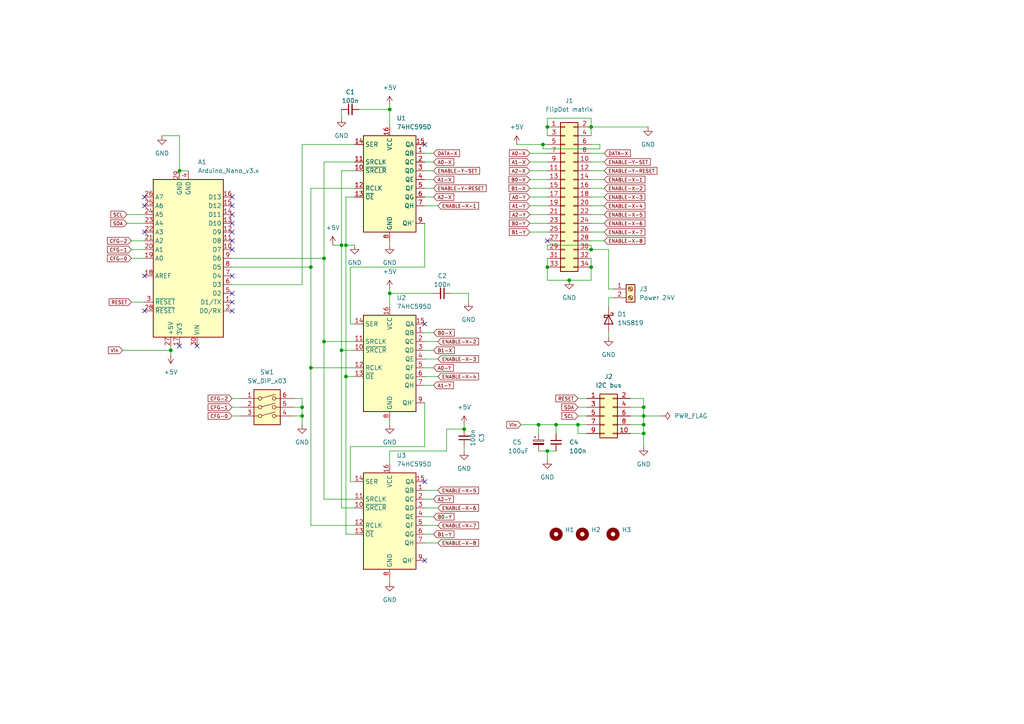
<source format=kicad_sch>
(kicad_sch (version 20211123) (generator eeschema)
  (paper "A4")
  (title_block (title "FlipDot34-Nano Controller Board") (date "2022-04-30") (rev "1.0"))
  (lib_symbols
    (symbol "74xx:74HC595"
      (property "Reference" "U" (at -7.62 13.97 0))
      (property "Value" "74HC595" (at -7.62 -16.51 0))
      (symbol "74HC595_1_0"
        (pin tri_state line (at 10.16 7.62 180) (length 2.54) (name "QB") (number "1"))
        (pin input line (at -10.16 2.54 0) (length 2.54) (name "~{SRCLR}") (number "10"))
        (pin input line (at -10.16 5.08 0) (length 2.54) (name "SRCLK") (number "11"))
        (pin input line (at -10.16 -2.54 0) (length 2.54) (name "RCLK") (number "12"))
        (pin input line (at -10.16 -5.08 0) (length 2.54) (name "~{OE}") (number "13"))
        (pin input line (at -10.16 10.16 0) (length 2.54) (name "SER") (number "14"))
        (pin tri_state line (at 10.16 10.16 180) (length 2.54) (name "QA") (number "15"))
        (pin power_in line (at 0 15.24 270) (length 2.54) (name "VCC") (number "16"))
        (pin tri_state line (at 10.16 5.08 180) (length 2.54) (name "QC") (number "2"))
        (pin tri_state line (at 10.16 2.54 180) (length 2.54) (name "QD") (number "3"))
        (pin tri_state line (at 10.16 0 180) (length 2.54) (name "QE") (number "4"))
        (pin tri_state line (at 10.16 -2.54 180) (length 2.54) (name "QF") (number "5"))
        (pin tri_state line (at 10.16 -5.08 180) (length 2.54) (name "QG") (number "6"))
        (pin tri_state line (at 10.16 -7.62 180) (length 2.54) (name "QH") (number "7"))
        (pin power_in line (at 0 -17.78 90) (length 2.54) (name "GND") (number "8"))
        (pin output line (at 10.16 -12.7 180) (length 2.54) (name "QH'") (number "9"))
      )
      (symbol "74HC595_1_1"
        (rectangle (start -7.62 12.7) (end 7.62 -15.24) (stroke (width 0.254)) (fill (type background)))
      )
    )
    (symbol "Connector:Screw_Terminal_01x02" (pin_names (offset 1.016) hide)
      (property "Reference" "J" (at 0 2.54 0))
      (property "Value" "Screw_Terminal_01x02" (at 0 -5.08 0))
      (symbol "Screw_Terminal_01x02_1_1"
        (rectangle (start -1.27 1.27) (end 1.27 -3.81) (stroke (width 0.254)) (fill (type background)))
        (circle (center 0 -2.54) (radius 0.635) (stroke (width 0.1524)))
        (polyline (pts (xy -0.5334 -2.2098) (xy 0.3302 -3.048)) (stroke (width 0.1524)))
        (polyline (pts (xy -0.5334 0.3302) (xy 0.3302 -0.508)) (stroke (width 0.1524)))
        (polyline (pts (xy -0.3556 -2.032) (xy 0.508 -2.8702)) (stroke (width 0.1524)))
        (polyline (pts (xy -0.3556 0.508) (xy 0.508 -0.3302)) (stroke (width 0.1524)))
        (circle (center 0 0) (radius 0.635) (stroke (width 0.1524)))
        (pin passive line (at -5.08 0 0) (length 3.81) (name "Pin_1") (number "1"))
        (pin passive line (at -5.08 -2.54 0) (length 3.81) (name "Pin_2") (number "2"))
      )
    )
    (symbol "Connector_Generic:Conn_02x05_Odd_Even" (pin_names (offset 1.016) hide)
      (property "Reference" "J" (at 1.27 7.62 0))
      (property "Value" "Conn_02x05_Odd_Even" (at 1.27 -7.62 0))
      (symbol "Conn_02x05_Odd_Even_1_1"
        (rectangle (start -1.27 -4.953) (end 0 -5.207) (stroke (width 0.1524)))
        (rectangle (start -1.27 -2.413) (end 0 -2.667) (stroke (width 0.1524)))
        (rectangle (start -1.27 0.127) (end 0 -0.127) (stroke (width 0.1524)))
        (rectangle (start -1.27 2.667) (end 0 2.413) (stroke (width 0.1524)))
        (rectangle (start -1.27 5.207) (end 0 4.953) (stroke (width 0.1524)))
        (rectangle (start -1.27 6.35) (end 3.81 -6.35) (stroke (width 0.254)) (fill (type background)))
        (rectangle (start 3.81 -4.953) (end 2.54 -5.207) (stroke (width 0.1524)))
        (rectangle (start 3.81 -2.413) (end 2.54 -2.667) (stroke (width 0.1524)))
        (rectangle (start 3.81 0.127) (end 2.54 -0.127) (stroke (width 0.1524)))
        (rectangle (start 3.81 2.667) (end 2.54 2.413) (stroke (width 0.1524)))
        (rectangle (start 3.81 5.207) (end 2.54 4.953) (stroke (width 0.1524)))
        (pin passive line (at -5.08 5.08 0) (length 3.81) (name "Pin_1") (number "1"))
        (pin passive line (at 7.62 -5.08 180) (length 3.81) (name "Pin_10") (number "10"))
        (pin passive line (at 7.62 5.08 180) (length 3.81) (name "Pin_2") (number "2"))
        (pin passive line (at -5.08 2.54 0) (length 3.81) (name "Pin_3") (number "3"))
        (pin passive line (at 7.62 2.54 180) (length 3.81) (name "Pin_4") (number "4"))
        (pin passive line (at -5.08 0 0) (length 3.81) (name "Pin_5") (number "5"))
        (pin passive line (at 7.62 0 180) (length 3.81) (name "Pin_6") (number "6"))
        (pin passive line (at -5.08 -2.54 0) (length 3.81) (name "Pin_7") (number "7"))
        (pin passive line (at 7.62 -2.54 180) (length 3.81) (name "Pin_8") (number "8"))
        (pin passive line (at -5.08 -5.08 0) (length 3.81) (name "Pin_9") (number "9"))
      )
    )
    (symbol "Connector_Generic:Conn_02x17_Odd_Even" (pin_names (offset 1.016) hide)
      (property "Reference" "J" (at 1.27 22.86 0))
      (property "Value" "Conn_02x17_Odd_Even" (at 1.27 -22.86 0))
      (symbol "Conn_02x17_Odd_Even_1_1"
        (rectangle (start -1.27 -20.193) (end 0 -20.447) (stroke (width 0.1524)))
        (rectangle (start -1.27 -17.653) (end 0 -17.907) (stroke (width 0.1524)))
        (rectangle (start -1.27 -15.113) (end 0 -15.367) (stroke (width 0.1524)))
        (rectangle (start -1.27 -12.573) (end 0 -12.827) (stroke (width 0.1524)))
        (rectangle (start -1.27 -10.033) (end 0 -10.287) (stroke (width 0.1524)))
        (rectangle (start -1.27 -7.493) (end 0 -7.747) (stroke (width 0.1524)))
        (rectangle (start -1.27 -4.953) (end 0 -5.207) (stroke (width 0.1524)))
        (rectangle (start -1.27 -2.413) (end 0 -2.667) (stroke (width 0.1524)))
        (rectangle (start -1.27 0.127) (end 0 -0.127) (stroke (width 0.1524)))
        (rectangle (start -1.27 2.667) (end 0 2.413) (stroke (width 0.1524)))
        (rectangle (start -1.27 5.207) (end 0 4.953) (stroke (width 0.1524)))
        (rectangle (start -1.27 7.747) (end 0 7.493) (stroke (width 0.1524)))
        (rectangle (start -1.27 10.287) (end 0 10.033) (stroke (width 0.1524)))
        (rectangle (start -1.27 12.827) (end 0 12.573) (stroke (width 0.1524)))
        (rectangle (start -1.27 15.367) (end 0 15.113) (stroke (width 0.1524)))
        (rectangle (start -1.27 17.907) (end 0 17.653) (stroke (width 0.1524)))
        (rectangle (start -1.27 20.447) (end 0 20.193) (stroke (width 0.1524)))
        (rectangle (start -1.27 21.59) (end 3.81 -21.59) (stroke (width 0.254)) (fill (type background)))
        (rectangle (start 3.81 -20.193) (end 2.54 -20.447) (stroke (width 0.1524)))
        (rectangle (start 3.81 -17.653) (end 2.54 -17.907) (stroke (width 0.1524)))
        (rectangle (start 3.81 -15.113) (end 2.54 -15.367) (stroke (width 0.1524)))
        (rectangle (start 3.81 -12.573) (end 2.54 -12.827) (stroke (width 0.1524)))
        (rectangle (start 3.81 -10.033) (end 2.54 -10.287) (stroke (width 0.1524)))
        (rectangle (start 3.81 -7.493) (end 2.54 -7.747) (stroke (width 0.1524)))
        (rectangle (start 3.81 -4.953) (end 2.54 -5.207) (stroke (width 0.1524)))
        (rectangle (start 3.81 -2.413) (end 2.54 -2.667) (stroke (width 0.1524)))
        (rectangle (start 3.81 0.127) (end 2.54 -0.127) (stroke (width 0.1524)))
        (rectangle (start 3.81 2.667) (end 2.54 2.413) (stroke (width 0.1524)))
        (rectangle (start 3.81 5.207) (end 2.54 4.953) (stroke (width 0.1524)))
        (rectangle (start 3.81 7.747) (end 2.54 7.493) (stroke (width 0.1524)))
        (rectangle (start 3.81 10.287) (end 2.54 10.033) (stroke (width 0.1524)))
        (rectangle (start 3.81 12.827) (end 2.54 12.573) (stroke (width 0.1524)))
        (rectangle (start 3.81 15.367) (end 2.54 15.113) (stroke (width 0.1524)))
        (rectangle (start 3.81 17.907) (end 2.54 17.653) (stroke (width 0.1524)))
        (rectangle (start 3.81 20.447) (end 2.54 20.193) (stroke (width 0.1524)))
        (pin passive line (at -5.08 20.32 0) (length 3.81) (name "Pin_1") (number "1"))
        (pin passive line (at 7.62 10.16 180) (length 3.81) (name "Pin_10") (number "10"))
        (pin passive line (at -5.08 7.62 0) (length 3.81) (name "Pin_11") (number "11"))
        (pin passive line (at 7.62 7.62 180) (length 3.81) (name "Pin_12") (number "12"))
        (pin passive line (at -5.08 5.08 0) (length 3.81) (name "Pin_13") (number "13"))
        (pin passive line (at 7.62 5.08 180) (length 3.81) (name "Pin_14") (number "14"))
        (pin passive line (at -5.08 2.54 0) (length 3.81) (name "Pin_15") (number "15"))
        (pin passive line (at 7.62 2.54 180) (length 3.81) (name "Pin_16") (number "16"))
        (pin passive line (at -5.08 0 0) (length 3.81) (name "Pin_17") (number "17"))
        (pin passive line (at 7.62 0 180) (length 3.81) (name "Pin_18") (number "18"))
        (pin passive line (at -5.08 -2.54 0) (length 3.81) (name "Pin_19") (number "19"))
        (pin passive line (at 7.62 20.32 180) (length 3.81) (name "Pin_2") (number "2"))
        (pin passive line (at 7.62 -2.54 180) (length 3.81) (name "Pin_20") (number "20"))
        (pin passive line (at -5.08 -5.08 0) (length 3.81) (name "Pin_21") (number "21"))
        (pin passive line (at 7.62 -5.08 180) (length 3.81) (name "Pin_22") (number "22"))
        (pin passive line (at -5.08 -7.62 0) (length 3.81) (name "Pin_23") (number "23"))
        (pin passive line (at 7.62 -7.62 180) (length 3.81) (name "Pin_24") (number "24"))
        (pin passive line (at -5.08 -10.16 0) (length 3.81) (name "Pin_25") (number "25"))
        (pin passive line (at 7.62 -10.16 180) (length 3.81) (name "Pin_26") (number "26"))
        (pin passive line (at -5.08 -12.7 0) (length 3.81) (name "Pin_27") (number "27"))
        (pin passive line (at 7.62 -12.7 180) (length 3.81) (name "Pin_28") (number "28"))
        (pin passive line (at -5.08 -15.24 0) (length 3.81) (name "Pin_29") (number "29"))
        (pin passive line (at -5.08 17.78 0) (length 3.81) (name "Pin_3") (number "3"))
        (pin passive line (at 7.62 -15.24 180) (length 3.81) (name "Pin_30") (number "30"))
        (pin passive line (at -5.08 -17.78 0) (length 3.81) (name "Pin_31") (number "31"))
        (pin passive line (at 7.62 -17.78 180) (length 3.81) (name "Pin_32") (number "32"))
        (pin passive line (at -5.08 -20.32 0) (length 3.81) (name "Pin_33") (number "33"))
        (pin passive line (at 7.62 -20.32 180) (length 3.81) (name "Pin_34") (number "34"))
        (pin passive line (at 7.62 17.78 180) (length 3.81) (name "Pin_4") (number "4"))
        (pin passive line (at -5.08 15.24 0) (length 3.81) (name "Pin_5") (number "5"))
        (pin passive line (at 7.62 15.24 180) (length 3.81) (name "Pin_6") (number "6"))
        (pin passive line (at -5.08 12.7 0) (length 3.81) (name "Pin_7") (number "7"))
        (pin passive line (at 7.62 12.7 180) (length 3.81) (name "Pin_8") (number "8"))
        (pin passive line (at -5.08 10.16 0) (length 3.81) (name "Pin_9") (number "9"))
      )
    )
    (symbol "Device:C_Polarized_Small" (pin_numbers hide) (pin_names (offset 0.254) hide)
      (property "Reference" "C" (at 0.254 1.778 0))
      (property "Value" "C_Polarized_Small" (at 0.254 -2.032 0))
      (symbol "C_Polarized_Small_0_1"
        (rectangle (start -1.524 -0.3048) (end 1.524 -0.6858) (fill (type outline)))
        (rectangle (start -1.524 0.6858) (end 1.524 0.3048))
        (polyline (pts (xy -1.27 1.524) (xy -0.762 1.524)))
        (polyline (pts (xy -1.016 1.27) (xy -1.016 1.778)))
      )
      (symbol "C_Polarized_Small_1_1"
        (pin passive line (at 0 2.54 270) (length 1.8542) (name "~") (number "1"))
        (pin passive line (at 0 -2.54 90) (length 1.8542) (name "~") (number "2"))
      )
    )
    (symbol "Device:C_Small" (pin_numbers hide) (pin_names (offset 0.254) hide)
      (property "Reference" "C" (at 0.254 1.778 0))
      (property "Value" "C_Small" (at 0.254 -2.032 0))
      (symbol "C_Small_0_1"
        (polyline (pts (xy -1.524 -0.508) (xy 1.524 -0.508)) (stroke (width 0.3302)))
        (polyline (pts (xy -1.524 0.508) (xy 1.524 0.508)) (stroke (width 0.3048)))
      )
      (symbol "C_Small_1_1"
        (pin passive line (at 0 2.54 270) (length 2.032) (name "~") (number "1"))
        (pin passive line (at 0 -2.54 90) (length 2.032) (name "~") (number "2"))
      )
    )
    (symbol "Diode:1N5819" (pin_numbers hide) (pin_names (offset 1.016) hide)
      (property "Reference" "D" (at 0 2.54 0))
      (property "Value" "1N5819" (at 0 -2.54 0))
      (symbol "1N5819_0_1"
        (polyline (pts (xy 1.27 0) (xy -1.27 0)))
        (polyline (pts (xy 1.27 1.27) (xy 1.27 -1.27) (xy -1.27 0) (xy 1.27 1.27)) (stroke (width 0.254)))
        (polyline (pts (xy -1.905 0.635) (xy -1.905 1.27) (xy -1.27 1.27) (xy -1.27 -1.27) (xy -0.635 -1.27) (xy -0.635 -0.635)) (stroke (width 0.254)))
      )
      (symbol "1N5819_1_1"
        (pin passive line (at -3.81 0 0) (length 2.54) (name "K") (number "1"))
        (pin passive line (at 3.81 0 180) (length 2.54) (name "A") (number "2"))
      )
    )
    (symbol "MCU_Module:Arduino_Nano_v3.x"
      (property "Reference" "A" (at -10.16 23.495 0))
      (property "Value" "Arduino_Nano_v3.x" (at 5.08 -24.13 0))
      (symbol "Arduino_Nano_v3.x_0_1"
        (rectangle (start -10.16 22.86) (end 10.16 -22.86) (stroke (width 0.254)) (fill (type background)))
      )
      (symbol "Arduino_Nano_v3.x_1_1"
        (pin bidirectional line (at -12.7 12.7 0) (length 2.54) (name "D1/TX") (number "1"))
        (pin bidirectional line (at -12.7 -2.54 0) (length 2.54) (name "D7") (number "10"))
        (pin bidirectional line (at -12.7 -5.08 0) (length 2.54) (name "D8") (number "11"))
        (pin bidirectional line (at -12.7 -7.62 0) (length 2.54) (name "D9") (number "12"))
        (pin bidirectional line (at -12.7 -10.16 0) (length 2.54) (name "D10") (number "13"))
        (pin bidirectional line (at -12.7 -12.7 0) (length 2.54) (name "D11") (number "14"))
        (pin bidirectional line (at -12.7 -15.24 0) (length 2.54) (name "D12") (number "15"))
        (pin bidirectional line (at -12.7 -17.78 0) (length 2.54) (name "D13") (number "16"))
        (pin power_out line (at 2.54 25.4 270) (length 2.54) (name "3V3") (number "17"))
        (pin input line (at 12.7 5.08 180) (length 2.54) (name "AREF") (number "18"))
        (pin bidirectional line (at 12.7 0 180) (length 2.54) (name "A0") (number "19"))
        (pin bidirectional line (at -12.7 15.24 0) (length 2.54) (name "D0/RX") (number "2"))
        (pin bidirectional line (at 12.7 -2.54 180) (length 2.54) (name "A1") (number "20"))
        (pin bidirectional line (at 12.7 -5.08 180) (length 2.54) (name "A2") (number "21"))
        (pin bidirectional line (at 12.7 -7.62 180) (length 2.54) (name "A3") (number "22"))
        (pin bidirectional line (at 12.7 -10.16 180) (length 2.54) (name "A4") (number "23"))
        (pin bidirectional line (at 12.7 -12.7 180) (length 2.54) (name "A5") (number "24"))
        (pin bidirectional line (at 12.7 -15.24 180) (length 2.54) (name "A6") (number "25"))
        (pin bidirectional line (at 12.7 -17.78 180) (length 2.54) (name "A7") (number "26"))
        (pin power_out line (at 5.08 25.4 270) (length 2.54) (name "+5V") (number "27"))
        (pin input line (at 12.7 15.24 180) (length 2.54) (name "~{RESET}") (number "28"))
        (pin power_in line (at 2.54 -25.4 90) (length 2.54) (name "GND") (number "29"))
        (pin input line (at 12.7 12.7 180) (length 2.54) (name "~{RESET}") (number "3"))
        (pin power_in line (at -2.54 25.4 270) (length 2.54) (name "VIN") (number "30"))
        (pin power_in line (at 0 -25.4 90) (length 2.54) (name "GND") (number "4"))
        (pin bidirectional line (at -12.7 10.16 0) (length 2.54) (name "D2") (number "5"))
        (pin bidirectional line (at -12.7 7.62 0) (length 2.54) (name "D3") (number "6"))
        (pin bidirectional line (at -12.7 5.08 0) (length 2.54) (name "D4") (number "7"))
        (pin bidirectional line (at -12.7 2.54 0) (length 2.54) (name "D5") (number "8"))
        (pin bidirectional line (at -12.7 0 0) (length 2.54) (name "D6") (number "9"))
      )
    )
    (symbol "Mechanical:MountingHole" (pin_names (offset 1.016))
      (property "Reference" "H" (at 0 5.08 0))
      (property "Value" "MountingHole" (at 0 3.175 0))
      (symbol "MountingHole_0_1"
        (circle (center 0 0) (radius 1.27) (stroke (width 1.27)))
      )
    )
    (symbol "Switch:SW_DIP_x03" (pin_names (offset 0) hide)
      (property "Reference" "SW" (at 0 8.89 0))
      (property "Value" "SW_DIP_x03" (at 0 -3.81 0))
      (symbol "SW_DIP_x03_0_0"
        (circle (center -2.032 0) (radius 0.508))
        (circle (center -2.032 2.54) (radius 0.508))
        (circle (center -2.032 5.08) (radius 0.508))
        (polyline (pts (xy -1.524 0.127) (xy 2.3622 1.1684)))
        (polyline (pts (xy -1.524 2.667) (xy 2.3622 3.7084)))
        (polyline (pts (xy -1.524 5.207) (xy 2.3622 6.2484)))
        (circle (center 2.032 0) (radius 0.508))
        (circle (center 2.032 2.54) (radius 0.508))
        (circle (center 2.032 5.08) (radius 0.508))
      )
      (symbol "SW_DIP_x03_0_1"
        (rectangle (start -3.81 7.62) (end 3.81 -2.54) (stroke (width 0.254)) (fill (type background)))
      )
      (symbol "SW_DIP_x03_1_1"
        (pin passive line (at -7.62 5.08 0) (length 5.08) (name "~") (number "1"))
        (pin passive line (at -7.62 2.54 0) (length 5.08) (name "~") (number "2"))
        (pin passive line (at -7.62 0 0) (length 5.08) (name "~") (number "3"))
        (pin passive line (at 7.62 0 180) (length 5.08) (name "~") (number "4"))
        (pin passive line (at 7.62 2.54 180) (length 5.08) (name "~") (number "5"))
        (pin passive line (at 7.62 5.08 180) (length 5.08) (name "~") (number "6"))
      )
    )
    (symbol "power:+5V" (power) (pin_names (offset 0))
      (property "Value" "+5V" (at 0 3.556 0))
      (symbol "+5V_0_1"
        (polyline (pts (xy -0.762 1.27) (xy 0 2.54)))
        (polyline (pts (xy 0 0) (xy 0 2.54)))
        (polyline (pts (xy 0 2.54) (xy 0.762 1.27)))
      )
      (symbol "+5V_1_1"
        (pin power_in line (at 0 0 90) (length 0) hide (name "+5V") (number "1"))
      )
    )
    (symbol "power:GND" (power) (pin_names (offset 0))
      (property "Value" "GND" (at 0 -3.81 0))
      (symbol "GND_0_1"
        (polyline (pts (xy 0 0) (xy 0 -1.27) (xy 1.27 -1.27) (xy 0 -2.54) (xy -1.27 -1.27) (xy 0 -1.27)))
      )
      (symbol "GND_1_1"
        (pin power_in line (at 0 0 270) (length 0) hide (name "GND") (number "1"))
      )
    )
    (symbol "power:PWR_FLAG" (power) (pin_numbers hide) (pin_names (offset 0) hide)
      (property "Value" "PWR_FLAG" (at 0 3.81 0))
      (symbol "PWR_FLAG_0_0"
        (pin power_out line (at 0 0 90) (length 0) (name "pwr") (number "1"))
      )
      (symbol "PWR_FLAG_0_1"
        (polyline (pts (xy 0 0) (xy 0 1.27) (xy -1.016 1.905) (xy 0 2.54) (xy 1.016 1.905) (xy 0 1.27)))
      )
    )
  )
  (junction (at 52.07 49.53))
  (junction (at 100.33 71.12))
  (junction (at 99.06 101.6))
  (junction (at 99.06 71.12))
  (junction (at 113.03 85.09))
  (junction (at 171.45 77.47))
  (junction (at 156.21 123.19))
  (junction (at 186.69 123.19))
  (junction (at 171.45 72.39))
  (junction (at 161.29 123.19))
  (junction (at 186.69 120.65))
  (junction (at 186.69 125.73))
  (junction (at 100.33 109.22))
  (junction (at 49.53 101.6))
  (junction (at 158.75 36.83))
  (junction (at 165.1 81.28))
  (junction (at 158.75 130.81))
  (junction (at 113.03 31.75))
  (junction (at 167.64 123.19))
  (junction (at 90.17 106.68))
  (junction (at 90.17 77.47))
  (junction (at 157.48 41.91))
  (junction (at 87.63 120.65))
  (junction (at 87.63 118.11))
  (junction (at 171.45 36.83))
  (junction (at 134.62 124.46))
  (junction (at 93.98 74.93))
  (junction (at 158.75 77.47))
  (junction (at 186.69 118.11))
  (junction (at 93.98 99.06))
  (no_connect (at 41.91 67.31))
  (no_connect (at 67.31 87.63))
  (no_connect (at 41.91 59.69))
  (no_connect (at 123.19 93.98))
  (no_connect (at 123.19 139.7))
  (no_connect (at 123.19 41.91))
  (no_connect (at 52.07 100.33))
  (no_connect (at 67.31 57.15))
  (no_connect (at 67.31 64.77))
  (no_connect (at 67.31 85.09))
  (no_connect (at 67.31 80.01))
  (no_connect (at 67.31 67.31))
  (no_connect (at 67.31 69.85))
  (no_connect (at 67.31 72.39))
  (no_connect (at 41.91 80.01))
  (no_connect (at 57.15 100.33))
  (no_connect (at 123.19 162.56))
  (no_connect (at 41.91 57.15))
  (no_connect (at 67.31 90.17))
  (no_connect (at 158.75 69.85))
  (no_connect (at 67.31 62.23))
  (no_connect (at 67.31 59.69))
  (no_connect (at 41.91 90.17))
  (wire (pts (xy 153.67 46.99) (xy 158.75 46.99)))
  (wire (pts (xy 102.87 57.15) (xy 100.33 57.15)))
  (wire (pts (xy 67.31 82.55) (xy 87.63 82.55)))
  (wire (pts (xy 167.64 120.65) (xy 170.18 120.65)))
  (wire (pts (xy 157.48 41.91) (xy 157.48 43.18)))
  (wire (pts (xy 113.03 31.75) (xy 113.03 36.83)))
  (wire (pts (xy 157.48 41.91) (xy 158.75 41.91)))
  (wire (pts (xy 67.31 118.11) (xy 69.85 118.11)))
  (wire (pts (xy 186.69 115.57) (xy 186.69 118.11)))
  (wire (pts (xy 158.75 71.12) (xy 171.45 71.12)))
  (wire (pts (xy 158.75 130.81) (xy 158.75 133.35)))
  (wire (pts (xy 85.09 120.65) (xy 87.63 120.65)))
  (wire (pts (xy 171.45 34.29) (xy 171.45 36.83)))
  (wire (pts (xy 158.75 36.83) (xy 158.75 39.37)))
  (wire (pts (xy 153.67 62.23) (xy 158.75 62.23)))
  (wire (pts (xy 186.69 120.65) (xy 191.77 120.65)))
  (wire (pts (xy 158.75 34.29) (xy 171.45 34.29)))
  (wire (pts (xy 123.19 77.47) (xy 101.6 77.47)))
  (wire (pts (xy 186.69 125.73) (xy 186.69 129.54)))
  (wire (pts (xy 123.19 99.06) (xy 127 99.06)))
  (wire (pts (xy 171.45 71.12) (xy 171.45 72.39)))
  (wire (pts (xy 123.19 149.86) (xy 125.73 149.86)))
  (wire (pts (xy 38.1 87.63) (xy 41.91 87.63)))
  (wire (pts (xy 49.53 101.6) (xy 49.53 102.87)))
  (wire (pts (xy 99.06 101.6) (xy 99.06 147.32)))
  (wire (pts (xy 175.26 54.61) (xy 171.45 54.61)))
  (wire (pts (xy 90.17 54.61) (xy 90.17 77.47)))
  (wire (pts (xy 123.19 142.24) (xy 127 142.24)))
  (wire (pts (xy 93.98 144.78) (xy 102.87 144.78)))
  (wire (pts (xy 100.33 71.12) (xy 102.87 71.12)))
  (wire (pts (xy 156.21 123.19) (xy 161.29 123.19)))
  (wire (pts (xy 153.67 57.15) (xy 158.75 57.15)))
  (wire (pts (xy 173.99 43.18) (xy 173.99 41.91)))
  (wire (pts (xy 52.07 39.37) (xy 52.07 49.53)))
  (wire (pts (xy 90.17 77.47) (xy 90.17 106.68)))
  (wire (pts (xy 36.83 62.23) (xy 41.91 62.23)))
  (wire (pts (xy 175.26 57.15) (xy 171.45 57.15)))
  (wire (pts (xy 93.98 99.06) (xy 102.87 99.06)))
  (wire (pts (xy 113.03 121.92) (xy 113.03 123.19)))
  (wire (pts (xy 182.88 123.19) (xy 186.69 123.19)))
  (wire (pts (xy 182.88 120.65) (xy 186.69 120.65)))
  (wire (pts (xy 158.75 81.28) (xy 165.1 81.28)))
  (wire (pts (xy 123.19 154.94) (xy 125.73 154.94)))
  (wire (pts (xy 100.33 57.15) (xy 100.33 71.12)))
  (wire (pts (xy 67.31 77.47) (xy 90.17 77.47)))
  (wire (pts (xy 176.53 83.82) (xy 177.8 83.82)))
  (wire (pts (xy 99.06 71.12) (xy 99.06 101.6)))
  (wire (pts (xy 102.87 49.53) (xy 99.06 49.53)))
  (wire (pts (xy 85.09 115.57) (xy 87.63 115.57)))
  (wire (pts (xy 157.48 43.18) (xy 173.99 43.18)))
  (wire (pts (xy 176.53 72.39) (xy 176.53 83.82)))
  (wire (pts (xy 67.31 115.57) (xy 69.85 115.57)))
  (wire (pts (xy 52.07 49.53) (xy 54.61 49.53)))
  (wire (pts (xy 101.6 93.98) (xy 102.87 93.98)))
  (wire (pts (xy 175.26 59.69) (xy 171.45 59.69)))
  (wire (pts (xy 123.19 109.22) (xy 127 109.22)))
  (wire (pts (xy 176.53 86.36) (xy 177.8 86.36)))
  (wire (pts (xy 123.19 96.52) (xy 125.73 96.52)))
  (wire (pts (xy 123.19 116.84) (xy 123.19 129.54)))
  (wire (pts (xy 99.06 101.6) (xy 102.87 101.6)))
  (wire (pts (xy 173.99 41.91) (xy 171.45 41.91)))
  (wire (pts (xy 171.45 81.28) (xy 171.45 77.47)))
  (wire (pts (xy 100.33 109.22) (xy 100.33 154.94)))
  (wire (pts (xy 123.19 152.4) (xy 127 152.4)))
  (wire (pts (xy 123.19 104.14) (xy 127 104.14)))
  (wire (pts (xy 158.75 72.39) (xy 158.75 71.12)))
  (wire (pts (xy 123.19 106.68) (xy 125.73 106.68)))
  (wire (pts (xy 182.88 115.57) (xy 186.69 115.57)))
  (wire (pts (xy 101.6 139.7) (xy 102.87 139.7)))
  (wire (pts (xy 113.03 69.85) (xy 113.03 71.12)))
  (wire (pts (xy 186.69 123.19) (xy 186.69 125.73)))
  (wire (pts (xy 38.1 74.93) (xy 41.91 74.93)))
  (wire (pts (xy 123.19 111.76) (xy 125.73 111.76)))
  (wire (pts (xy 167.64 123.19) (xy 170.18 123.19)))
  (wire (pts (xy 101.6 129.54) (xy 101.6 139.7)))
  (wire (pts (xy 102.87 46.99) (xy 93.98 46.99)))
  (wire (pts (xy 90.17 106.68) (xy 102.87 106.68)))
  (wire (pts (xy 175.26 49.53) (xy 171.45 49.53)))
  (wire (pts (xy 171.45 72.39) (xy 176.53 72.39)))
  (wire (pts (xy 153.67 67.31) (xy 158.75 67.31)))
  (wire (pts (xy 123.19 49.53) (xy 125.73 49.53)))
  (wire (pts (xy 123.19 64.77) (xy 123.19 77.47)))
  (wire (pts (xy 123.19 44.45) (xy 125.73 44.45)))
  (wire (pts (xy 130.81 85.09) (xy 135.89 85.09)))
  (wire (pts (xy 123.19 144.78) (xy 125.73 144.78)))
  (wire (pts (xy 123.19 57.15) (xy 125.73 57.15)))
  (wire (pts (xy 67.31 74.93) (xy 93.98 74.93)))
  (wire (pts (xy 99.06 49.53) (xy 99.06 71.12)))
  (wire (pts (xy 90.17 152.4) (xy 102.87 152.4)))
  (wire (pts (xy 100.33 154.94) (xy 102.87 154.94)))
  (wire (pts (xy 161.29 123.19) (xy 161.29 125.73)))
  (wire (pts (xy 176.53 86.36) (xy 176.53 88.9)))
  (wire (pts (xy 158.75 74.93) (xy 158.75 77.47)))
  (wire (pts (xy 129.54 124.46) (xy 134.62 124.46)))
  (wire (pts (xy 175.26 46.99) (xy 171.45 46.99)))
  (wire (pts (xy 167.64 125.73) (xy 170.18 125.73)))
  (wire (pts (xy 171.45 36.83) (xy 171.45 39.37)))
  (wire (pts (xy 38.1 69.85) (xy 41.91 69.85)))
  (wire (pts (xy 113.03 130.81) (xy 129.54 130.81)))
  (wire (pts (xy 153.67 59.69) (xy 158.75 59.69)))
  (wire (pts (xy 99.06 147.32) (xy 102.87 147.32)))
  (wire (pts (xy 171.45 69.85) (xy 175.26 69.85)))
  (wire (pts (xy 161.29 123.19) (xy 167.64 123.19)))
  (wire (pts (xy 158.75 77.47) (xy 158.75 81.28)))
  (wire (pts (xy 90.17 106.68) (xy 90.17 152.4)))
  (wire (pts (xy 104.14 31.75) (xy 113.03 31.75)))
  (wire (pts (xy 153.67 52.07) (xy 158.75 52.07)))
  (wire (pts (xy 113.03 85.09) (xy 125.73 85.09)))
  (wire (pts (xy 186.69 120.65) (xy 186.69 123.19)))
  (wire (pts (xy 153.67 64.77) (xy 158.75 64.77)))
  (wire (pts (xy 182.88 125.73) (xy 186.69 125.73)))
  (wire (pts (xy 52.07 39.37) (xy 46.99 39.37)))
  (wire (pts (xy 36.83 64.77) (xy 41.91 64.77)))
  (wire (pts (xy 171.45 67.31) (xy 175.26 67.31)))
  (wire (pts (xy 167.64 115.57) (xy 170.18 115.57)))
  (wire (pts (xy 87.63 41.91) (xy 102.87 41.91)))
  (wire (pts (xy 123.19 147.32) (xy 127 147.32)))
  (wire (pts (xy 176.53 96.52) (xy 176.53 97.79)))
  (wire (pts (xy 85.09 118.11) (xy 87.63 118.11)))
  (wire (pts (xy 167.64 123.19) (xy 167.64 125.73)))
  (wire (pts (xy 87.63 82.55) (xy 87.63 41.91)))
  (wire (pts (xy 87.63 115.57) (xy 87.63 118.11)))
  (wire (pts (xy 87.63 120.65) (xy 87.63 123.19)))
  (wire (pts (xy 100.33 71.12) (xy 100.33 109.22)))
  (wire (pts (xy 93.98 46.99) (xy 93.98 74.93)))
  (wire (pts (xy 175.26 62.23) (xy 171.45 62.23)))
  (wire (pts (xy 123.19 101.6) (xy 125.73 101.6)))
  (wire (pts (xy 123.19 52.07) (xy 125.73 52.07)))
  (wire (pts (xy 167.64 118.11) (xy 170.18 118.11)))
  (wire (pts (xy 113.03 83.82) (xy 113.03 85.09)))
  (wire (pts (xy 87.63 118.11) (xy 87.63 120.65)))
  (wire (pts (xy 129.54 130.81) (xy 129.54 124.46)))
  (wire (pts (xy 175.26 44.45) (xy 171.45 44.45)))
  (wire (pts (xy 102.87 54.61) (xy 90.17 54.61)))
  (wire (pts (xy 113.03 134.62) (xy 113.03 130.81)))
  (wire (pts (xy 123.19 157.48) (xy 127 157.48)))
  (wire (pts (xy 156.21 130.81) (xy 158.75 130.81)))
  (wire (pts (xy 134.62 129.54) (xy 134.62 130.81)))
  (wire (pts (xy 153.67 54.61) (xy 158.75 54.61)))
  (wire (pts (xy 135.89 85.09) (xy 135.89 87.63)))
  (wire (pts (xy 171.45 74.93) (xy 171.45 77.47)))
  (wire (pts (xy 151.13 123.19) (xy 156.21 123.19)))
  (wire (pts (xy 96.52 71.12) (xy 99.06 71.12)))
  (wire (pts (xy 175.26 52.07) (xy 171.45 52.07)))
  (wire (pts (xy 153.67 44.45) (xy 158.75 44.45)))
  (wire (pts (xy 100.33 109.22) (xy 102.87 109.22)))
  (wire (pts (xy 123.19 54.61) (xy 125.73 54.61)))
  (wire (pts (xy 186.69 118.11) (xy 186.69 120.65)))
  (wire (pts (xy 156.21 123.19) (xy 156.21 125.73)))
  (wire (pts (xy 165.1 81.28) (xy 171.45 81.28)))
  (wire (pts (xy 123.19 46.99) (xy 125.73 46.99)))
  (wire (pts (xy 99.06 31.75) (xy 99.06 34.29)))
  (wire (pts (xy 35.56 101.6) (xy 49.53 101.6)))
  (wire (pts (xy 171.45 36.83) (xy 187.96 36.83)))
  (wire (pts (xy 113.03 167.64) (xy 113.03 168.91)))
  (wire (pts (xy 134.62 123.19) (xy 134.62 124.46)))
  (wire (pts (xy 158.75 36.83) (xy 158.75 34.29)))
  (wire (pts (xy 49.53 100.33) (xy 49.53 101.6)))
  (wire (pts (xy 93.98 74.93) (xy 93.98 99.06)))
  (wire (pts (xy 52.07 49.53) (xy 52.07 50.8)))
  (wire (pts (xy 67.31 120.65) (xy 69.85 120.65)))
  (wire (pts (xy 182.88 118.11) (xy 186.69 118.11)))
  (wire (pts (xy 113.03 30.48) (xy 113.03 31.75)))
  (wire (pts (xy 158.75 130.81) (xy 161.29 130.81)))
  (wire (pts (xy 93.98 99.06) (xy 93.98 144.78)))
  (wire (pts (xy 38.1 72.39) (xy 41.91 72.39)))
  (wire (pts (xy 123.19 59.69) (xy 127 59.69)))
  (wire (pts (xy 123.19 129.54) (xy 101.6 129.54)))
  (wire (pts (xy 149.86 41.91) (xy 157.48 41.91)))
  (wire (pts (xy 153.67 49.53) (xy 158.75 49.53)))
  (wire (pts (xy 101.6 77.47) (xy 101.6 93.98)))
  (wire (pts (xy 175.26 64.77) (xy 171.45 64.77)))
  (wire (pts (xy 113.03 85.09) (xy 113.03 88.9)))
  (global_label "ENABLE-X-5" (shape input) (at 175.26 62.23 0) (effects (font (size 1 1))) (property "Intersheet References" "${INTERSHEET_REFS}" (effects hide)))
  (global_label "SDA" (shape input) (at 36.83 64.77 180) (effects (font (size 1 1))) (property "Intersheet References" "${INTERSHEET_REFS}" (effects hide)))
  (global_label "ENABLE-X-8" (shape input) (at 127 157.48 0) (effects (font (size 1 1))) (property "Intersheet References" "${INTERSHEET_REFS}" (effects hide)))
  (global_label "ENABLE-Y-RESET" (shape input) (at 125.73 54.61 0) (effects (font (size 1 1))) (property "Intersheet References" "${INTERSHEET_REFS}" (effects hide)))
  (global_label "SCL" (shape input) (at 167.64 120.65 180) (effects (font (size 1 1))) (property "Intersheet References" "${INTERSHEET_REFS}" (effects hide)))
  (global_label "DATA-X" (shape input) (at 125.73 44.45 0) (effects (font (size 1 1))) (property "Intersheet References" "${INTERSHEET_REFS}" (effects hide)))
  (global_label "CFG-1" (shape input) (at 67.31 118.11 180) (effects (font (size 1 1))) (property "Intersheet References" "${INTERSHEET_REFS}" (effects hide)))
  (global_label "A0-X" (shape input) (at 125.73 46.99 0) (effects (font (size 1 1))) (property "Intersheet References" "${INTERSHEET_REFS}" (effects hide)))
  (global_label "B0-Y" (shape input) (at 153.67 64.77 180) (effects (font (size 1 1))) (property "Intersheet References" "${INTERSHEET_REFS}" (effects hide)))
  (global_label "ENABLE-X-1" (shape input) (at 127 59.69 0) (effects (font (size 1 1))) (property "Intersheet References" "${INTERSHEET_REFS}" (effects hide)))
  (global_label "B1-Y" (shape input) (at 125.73 154.94 0) (effects (font (size 1 1))) (property "Intersheet References" "${INTERSHEET_REFS}" (effects hide)))
  (global_label "ENABLE-X-6" (shape input) (at 127 147.32 0) (effects (font (size 1 1))) (property "Intersheet References" "${INTERSHEET_REFS}" (effects hide)))
  (global_label "SDA" (shape input) (at 167.64 118.11 180) (effects (font (size 1 1))) (property "Intersheet References" "${INTERSHEET_REFS}" (effects hide)))
  (global_label "A1-Y" (shape input) (at 125.73 111.76 0) (effects (font (size 1 1))) (property "Intersheet References" "${INTERSHEET_REFS}" (effects hide)))
  (global_label "B0-Y" (shape input) (at 125.73 149.86 0) (effects (font (size 1 1))) (property "Intersheet References" "${INTERSHEET_REFS}" (effects hide)))
  (global_label "A0-Y" (shape input) (at 153.67 57.15 180) (effects (font (size 1 1))) (property "Intersheet References" "${INTERSHEET_REFS}" (effects hide)))
  (global_label "ENABLE-X-3" (shape input) (at 175.26 57.15 0) (effects (font (size 1 1))) (property "Intersheet References" "${INTERSHEET_REFS}" (effects hide)))
  (global_label "ENABLE-X-4" (shape input) (at 175.26 59.69 0) (effects (font (size 1 1))) (property "Intersheet References" "${INTERSHEET_REFS}" (effects hide)))
  (global_label "ENABLE-X-5" (shape input) (at 127 142.24 0) (effects (font (size 1 1))) (property "Intersheet References" "${INTERSHEET_REFS}" (effects hide)))
  (global_label "B1-X" (shape input) (at 153.67 54.61 180) (effects (font (size 1 1))) (property "Intersheet References" "${INTERSHEET_REFS}" (effects hide)))
  (global_label "A1-X" (shape input) (at 125.73 52.07 0) (effects (font (size 1 1))) (property "Intersheet References" "${INTERSHEET_REFS}" (effects hide)))
  (global_label "RESET" (shape input) (at 38.1 87.63 180) (effects (font (size 1 1))) (property "Intersheet References" "${INTERSHEET_REFS}" (effects hide)))
  (global_label "CFG-0" (shape input) (at 67.31 120.65 180) (effects (font (size 1 1))) (property "Intersheet References" "${INTERSHEET_REFS}" (effects hide)))
  (global_label "CFG-1" (shape input) (at 38.1 72.39 180) (effects (font (size 1 1))) (property "Intersheet References" "${INTERSHEET_REFS}" (effects hide)))
  (global_label "RESET" (shape input) (at 167.64 115.57 180) (effects (font (size 1 1))) (property "Intersheet References" "${INTERSHEET_REFS}" (effects hide)))
  (global_label "B0-X" (shape input) (at 153.67 52.07 180) (effects (font (size 1 1))) (property "Intersheet References" "${INTERSHEET_REFS}" (effects hide)))
  (global_label "B1-Y" (shape input) (at 153.67 67.31 180) (effects (font (size 1 1))) (property "Intersheet References" "${INTERSHEET_REFS}" (effects hide)))
  (global_label "A0-Y" (shape input) (at 125.73 106.68 0) (effects (font (size 1 1))) (property "Intersheet References" "${INTERSHEET_REFS}" (effects hide)))
  (global_label "A2-X" (shape input) (at 153.67 49.53 180) (effects (font (size 1 1))) (property "Intersheet References" "${INTERSHEET_REFS}" (effects hide)))
  (global_label "B0-X" (shape input) (at 125.73 96.52 0) (effects (font (size 1 1))) (property "Intersheet References" "${INTERSHEET_REFS}" (effects hide)))
  (global_label "ENABLE-X-6" (shape input) (at 175.26 64.77 0) (effects (font (size 1 1))) (property "Intersheet References" "${INTERSHEET_REFS}" (effects hide)))
  (global_label "A1-Y" (shape input) (at 153.67 59.69 180) (effects (font (size 1 1))) (property "Intersheet References" "${INTERSHEET_REFS}" (effects hide)))
  (global_label "A2-Y" (shape input) (at 125.73 144.78 0) (effects (font (size 1 1))) (property "Intersheet References" "${INTERSHEET_REFS}" (effects hide)))
  (global_label "SCL" (shape input) (at 36.83 62.23 180) (effects (font (size 1 1))) (property "Intersheet References" "${INTERSHEET_REFS}" (effects hide)))
  (global_label "ENABLE-X-8" (shape input) (at 175.26 69.85 0) (effects (font (size 1 1))) (property "Intersheet References" "${INTERSHEET_REFS}" (effects hide)))
  (global_label "DATA-X" (shape input) (at 175.26 44.45 0) (effects (font (size 1 1))) (property "Intersheet References" "${INTERSHEET_REFS}" (effects hide)))
  (global_label "ENABLE-X-4" (shape input) (at 127 109.22 0) (effects (font (size 1 1))) (property "Intersheet References" "${INTERSHEET_REFS}" (effects hide)))
  (global_label "ENABLE-X-3" (shape input) (at 127 104.14 0) (effects (font (size 1 1))) (property "Intersheet References" "${INTERSHEET_REFS}" (effects hide)))
  (global_label "Vin" (shape input) (at 35.56 101.6 180) (effects (font (size 1 1))) (property "Intersheet References" "${INTERSHEET_REFS}" (effects hide)))
  (global_label "ENABLE-X-2" (shape input) (at 127 99.06 0) (effects (font (size 1 1))) (property "Intersheet References" "${INTERSHEET_REFS}" (effects hide)))
  (global_label "CFG-0" (shape input) (at 38.1 74.93 180) (effects (font (size 1 1))) (property "Intersheet References" "${INTERSHEET_REFS}" (effects hide)))
  (global_label "ENABLE-Y-RESET" (shape input) (at 175.26 49.53 0) (effects (font (size 1 1))) (property "Intersheet References" "${INTERSHEET_REFS}" (effects hide)))
  (global_label "A2-Y" (shape input) (at 153.67 62.23 180) (effects (font (size 1 1))) (property "Intersheet References" "${INTERSHEET_REFS}" (effects hide)))
  (global_label "A1-X" (shape input) (at 153.67 46.99 180) (effects (font (size 1 1))) (property "Intersheet References" "${INTERSHEET_REFS}" (effects hide)))
  (global_label "A2-X" (shape input) (at 125.73 57.15 0) (effects (font (size 1 1))) (property "Intersheet References" "${INTERSHEET_REFS}" (effects hide)))
  (global_label "Vin" (shape input) (at 151.13 123.19 180) (effects (font (size 1 1))) (property "Intersheet References" "${INTERSHEET_REFS}" (effects hide)))
  (global_label "CFG-2" (shape input) (at 38.1 69.85 180) (effects (font (size 1 1))) (property "Intersheet References" "${INTERSHEET_REFS}" (effects hide)))
  (global_label "A0-X" (shape input) (at 153.67 44.45 180) (effects (font (size 1 1))) (property "Intersheet References" "${INTERSHEET_REFS}" (effects hide)))
  (global_label "ENABLE-Y-SET" (shape input) (at 125.73 49.53 0) (effects (font (size 1 1))) (property "Intersheet References" "${INTERSHEET_REFS}" (effects hide)))
  (global_label "ENABLE-Y-SET" (shape input) (at 175.26 46.99 0) (effects (font (size 1 1))) (property "Intersheet References" "${INTERSHEET_REFS}" (effects hide)))
  (global_label "ENABLE-X-1" (shape input) (at 175.26 52.07 0) (effects (font (size 1 1))) (property "Intersheet References" "${INTERSHEET_REFS}" (effects hide)))
  (global_label "ENABLE-X-2" (shape input) (at 175.26 54.61 0) (effects (font (size 1 1))) (property "Intersheet References" "${INTERSHEET_REFS}" (effects hide)))
  (global_label "ENABLE-X-7" (shape input) (at 127 152.4 0) (effects (font (size 1 1))) (property "Intersheet References" "${INTERSHEET_REFS}" (effects hide)))
  (global_label "ENABLE-X-7" (shape input) (at 175.26 67.31 0) (effects (font (size 1 1))) (property "Intersheet References" "${INTERSHEET_REFS}" (effects hide)))
  (global_label "CFG-2" (shape input) (at 67.31 115.57 180) (effects (font (size 1 1))) (property "Intersheet References" "${INTERSHEET_REFS}" (effects hide)))
  (global_label "B1-X" (shape input) (at 125.73 101.6 0) (effects (font (size 1 1))) (property "Intersheet References" "${INTERSHEET_REFS}" (effects hide)))
  (symbol (lib_id "power:+5V") (at 134.62 123.19 0) (unit 1)
    (property "Reference" "#PWR0105" (effects hide))
    (property "Value" "+5V" (at 134.62 118.11 0))
  )
  (symbol (lib_id "74xx:74HC595") (at 113.03 52.07 0) (unit 1)
    (property "Reference" "U1" (at 115.0494 34.29 0) (effects (justify left)))
    (property "Value" "74HC595D" (at 115.0494 36.83 0) (effects (justify left)))
    (property "Footprint" "Package_SO:SO-16_3.9x9.9mm_P1.27mm" (effects hide))
    (property "Datasheet" "http://www.ti.com/lit/ds/symlink/sn74hc595.pdf" (effects hide))
  )
  (symbol (lib_id "power:+5V") (at 149.86 41.91 0) (unit 1)
    (property "Reference" "#PWR013" (effects hide))
    (property "Value" "+5V" (at 149.86 36.83 0))
  )
  (symbol (lib_id "power:GND") (at 113.03 123.19 0) (unit 1)
    (property "Reference" "#PWR010" (effects hide))
    (property "Value" "GND" (at 113.03 128.27 0))
  )
  (symbol (lib_id "power:GND") (at 113.03 71.12 0) (unit 1)
    (property "Reference" "#PWR0101" (effects hide))
    (property "Value" "GND" (at 113.03 76.2 0))
  )
  (symbol (lib_id "Device:C_Polarized_Small") (at 156.21 128.27 0) (unit 1)
    (property "Reference" "C5" (at 148.59 128.27 0) (effects (justify left)))
    (property "Value" "100uF" (at 147.32 130.81 0) (effects (justify left)))
    (property "Footprint" "Capacitor_THT:CP_Radial_D8.0mm_P3.50mm" (effects hide))
  )
  (symbol (lib_id "power:GND") (at 99.06 34.29 0) (unit 1)
    (property "Reference" "#PWR05" (effects hide))
    (property "Value" "GND" (at 99.06 39.37 0))
  )
  (symbol (lib_id "power:GND") (at 165.1 81.28 0) (unit 1)
    (property "Reference" "#PWR014" (effects hide))
    (property "Value" "GND" (at 165.1 86.36 0))
  )
  (symbol (lib_id "power:GND") (at 46.99 39.37 0) (unit 1)
    (property "Reference" "#PWR01" (effects hide))
    (property "Value" "GND" (at 46.99 44.45 0))
  )
  (symbol (lib_id "Mechanical:MountingHole") (at 177.8 154.94 0) (unit 1) (in_bom no)
    (property "Reference" "H3" (at 180.34 153.6699 0) (effects (justify left)))
    (property "Value" "MountingHole" (effects hide))
    (property "Footprint" "MountingHole:MountingHole_3.2mm_M3" (effects hide))
  )
  (symbol (lib_id "power:GND") (at 158.75 133.35 0) (unit 1)
    (property "Reference" "#PWR012" (effects hide))
    (property "Value" "GND" (at 158.75 138.43 0))
  )
  (symbol (lib_id "Mechanical:MountingHole") (at 168.91 154.94 0) (unit 1) (in_bom no)
    (property "Reference" "H2" (at 171.45 153.6699 0) (effects (justify left)))
    (property "Value" "MountingHole" (effects hide))
    (property "Footprint" "MountingHole:MountingHole_3.2mm_M3" (effects hide))
  )
  (symbol (lib_id "power:GND") (at 135.89 87.63 0) (unit 1)
    (property "Reference" "#PWR011" (effects hide))
    (property "Value" "GND" (at 135.89 92.71 0))
  )
  (symbol (lib_id "Connector_Generic:Conn_02x17_Odd_Even") (at 163.83 57.15 0) (unit 1)
    (property "Reference" "J1" (at 165.1 29.21 0))
    (property "Value" "FlipDot matrix" (at 165.1 31.75 0))
    (property "Footprint" "Connector_PinSocket_2.54mm:PinSocket_2x17_P2.54mm_Vertical" (effects hide))
  )
  (symbol (lib_id "MCU_Module:Arduino_Nano_v3.x") (at 54.61 74.93 180) (unit 1)
    (property "Reference" "A1" (at 57.3787 46.99 0) (effects (justify right)))
    (property "Value" "Arduino_Nano_v3.x" (at 57.3787 49.53 0) (effects (justify right)))
    (property "Footprint" "Module:Arduino_Nano" (effects hide))
    (property "Datasheet" "http://www.mouser.com/pdfdocs/Gravitech_Arduino_Nano3_0.pdf" (effects hide))
  )
  (symbol (lib_id "Device:C_Small") (at 161.29 128.27 0) (unit 1)
    (property "Reference" "C4" (at 165.1 128.27 0) (effects (justify left)))
    (property "Value" "100n" (at 165.1 130.81 0) (effects (justify left)))
    (property "Footprint" "Capacitor_THT:C_Disc_D5.0mm_W2.5mm_P5.00mm" (effects hide))
  )
  (symbol (lib_id "Diode:1N5819") (at 176.53 92.71 270) (unit 1)
    (property "Reference" "D1" (at 179.07 91.1224 90) (effects (justify left)))
    (property "Value" "1N5819" (at 179.07 93.6624 90) (effects (justify left)))
    (property "Footprint" "Diode_THT:D_DO-41_SOD81_P10.16mm_Horizontal" (effects hide))
    (property "Datasheet" "http://www.vishay.com/docs/88525/1n5817.pdf" (effects hide))
  )
  (symbol (lib_id "74xx:74HC595") (at 113.03 149.86 0) (unit 1)
    (property "Reference" "U3" (at 115.0494 132.08 0) (effects (justify left)))
    (property "Value" "74HC595D" (at 115.0494 134.62 0) (effects (justify left)))
    (property "Footprint" "Package_SO:SO-16_3.9x9.9mm_P1.27mm" (effects hide))
    (property "Datasheet" "http://www.ti.com/lit/ds/symlink/sn74hc595.pdf" (effects hide))
  )
  (symbol (lib_id "power:GND") (at 102.87 71.12 0) (unit 1)
    (property "Reference" "#PWR04" (effects hide))
    (property "Value" "GND" (at 102.87 76.2 0))
  )
  (symbol (lib_id "74xx:74HC595") (at 113.03 104.14 0) (unit 1)
    (property "Reference" "U2" (at 115.0494 86.36 0) (effects (justify left)))
    (property "Value" "74HC595D" (at 115.0494 88.9 0) (effects (justify left)))
    (property "Footprint" "Package_SO:SO-16_3.9x9.9mm_P1.27mm" (effects hide))
    (property "Datasheet" "http://www.ti.com/lit/ds/symlink/sn74hc595.pdf" (effects hide))
  )
  (symbol (lib_id "Connector_Generic:Conn_02x05_Odd_Even") (at 175.26 120.65 0) (unit 1)
    (property "Reference" "J2" (at 176.53 109.22 0))
    (property "Value" "I2C bus" (at 176.53 111.76 0))
    (property "Footprint" "Connector_IDC:IDC-Header_2x05_P2.54mm_Vertical" (effects hide))
  )
  (symbol (lib_id "Device:C_Small") (at 101.6 31.75 90) (unit 1)
    (property "Reference" "C1" (at 101.6 26.67 90))
    (property "Value" "100n" (at 101.6 29.21 90))
    (property "Footprint" "Capacitor_SMD:C_1206_3216Metric_Pad1.33x1.80mm_HandSolder" (effects hide))
  )
  (symbol (lib_id "power:GND") (at 186.69 129.54 0) (unit 1)
    (property "Reference" "#PWR016" (effects hide))
    (property "Value" "GND" (at 186.69 134.62 0))
  )
  (symbol (lib_id "power:+5V") (at 49.53 102.87 180) (unit 1)
    (property "Reference" "#PWR02" (effects hide))
    (property "Value" "+5V" (at 49.53 107.95 0))
  )
  (symbol (lib_id "power:+5V") (at 96.52 71.12 0) (unit 1)
    (property "Reference" "#PWR06" (effects hide))
    (property "Value" "+5V" (at 96.52 66.04 0))
  )
  (symbol (lib_id "Connector:Screw_Terminal_01x02") (at 182.88 83.82 0) (unit 1)
    (property "Reference" "J3" (at 185.42 83.8199 0) (effects (justify left)))
    (property "Value" "Power 24V" (at 185.42 86.3599 0) (effects (justify left)))
    (property "Footprint" "TerminalBlock:TerminalBlock_bornier-2_P5.08mm" (effects hide))
  )
  (symbol (lib_id "power:GND") (at 87.63 123.19 0) (unit 1)
    (property "Reference" "#PWR0102" (effects hide))
    (property "Value" "GND" (at 87.63 128.27 0))
  )
  (symbol (lib_id "Device:C_Small") (at 134.62 127 180) (unit 1)
    (property "Reference" "C3" (at 139.7 127 90))
    (property "Value" "100n" (at 137.16 127 90))
    (property "Footprint" "Capacitor_SMD:C_1206_3216Metric_Pad1.33x1.80mm_HandSolder" (effects hide))
  )
  (symbol (lib_id "power:GND") (at 113.03 168.91 0) (unit 1)
    (property "Reference" "#PWR0103" (effects hide))
    (property "Value" "GND" (at 113.03 173.99 0))
  )
  (symbol (lib_id "power:GND") (at 134.62 130.81 0) (unit 1)
    (property "Reference" "#PWR0104" (effects hide))
    (property "Value" "GND" (at 134.62 135.89 0))
  )
  (symbol (lib_id "power:+5V") (at 113.03 30.48 0) (unit 1)
    (property "Reference" "#PWR07" (effects hide))
    (property "Value" "+5V" (at 113.03 25.4 0))
  )
  (symbol (lib_id "Switch:SW_DIP_x03") (at 77.47 120.65 0) (unit 1)
    (property "Reference" "SW1" (at 77.47 107.95 0))
    (property "Value" "SW_DIP_x03" (at 77.47 110.49 0))
    (property "Footprint" "Button_Switch_THT:SW_DIP_SPSTx03_Slide_9.78x9.8mm_W7.62mm_P2.54mm" (effects hide))
  )
  (symbol (lib_id "Device:C_Small") (at 128.27 85.09 270) (unit 1)
    (property "Reference" "C2" (at 128.27 80.01 90))
    (property "Value" "100n" (at 128.27 82.55 90))
    (property "Footprint" "Capacitor_SMD:C_1206_3216Metric_Pad1.33x1.80mm_HandSolder" (effects hide))
  )
  (symbol (lib_id "Mechanical:MountingHole") (at 161.29 154.94 0) (unit 1) (in_bom no)
    (property "Reference" "H1" (at 163.83 153.6699 0) (effects (justify left)))
    (property "Value" "MountingHole" (effects hide))
    (property "Footprint" "MountingHole:MountingHole_3.2mm_M3" (effects hide))
  )
  (symbol (lib_id "power:PWR_FLAG") (at 191.77 120.65 270) (unit 1)
    (property "Reference" "#FLG0101" (effects hide))
    (property "Value" "PWR_FLAG" (at 195.58 120.6499 90) (effects (justify left)))
  )
  (symbol (lib_id "power:GND") (at 187.96 36.83 0) (unit 1)
    (property "Reference" "#PWR017" (effects hide))
    (property "Value" "GND" (at 187.96 41.91 0))
  )
  (symbol (lib_id "power:GND") (at 176.53 97.79 0) (unit 1)
    (property "Reference" "#PWR015" (effects hide))
    (property "Value" "GND" (at 176.53 102.87 0))
  )
  (symbol (lib_id "power:+5V") (at 113.03 83.82 0) (unit 1)
    (property "Reference" "#PWR09" (effects hide))
    (property "Value" "+5V" (at 113.03 78.74 0))
  )
)
</source>
